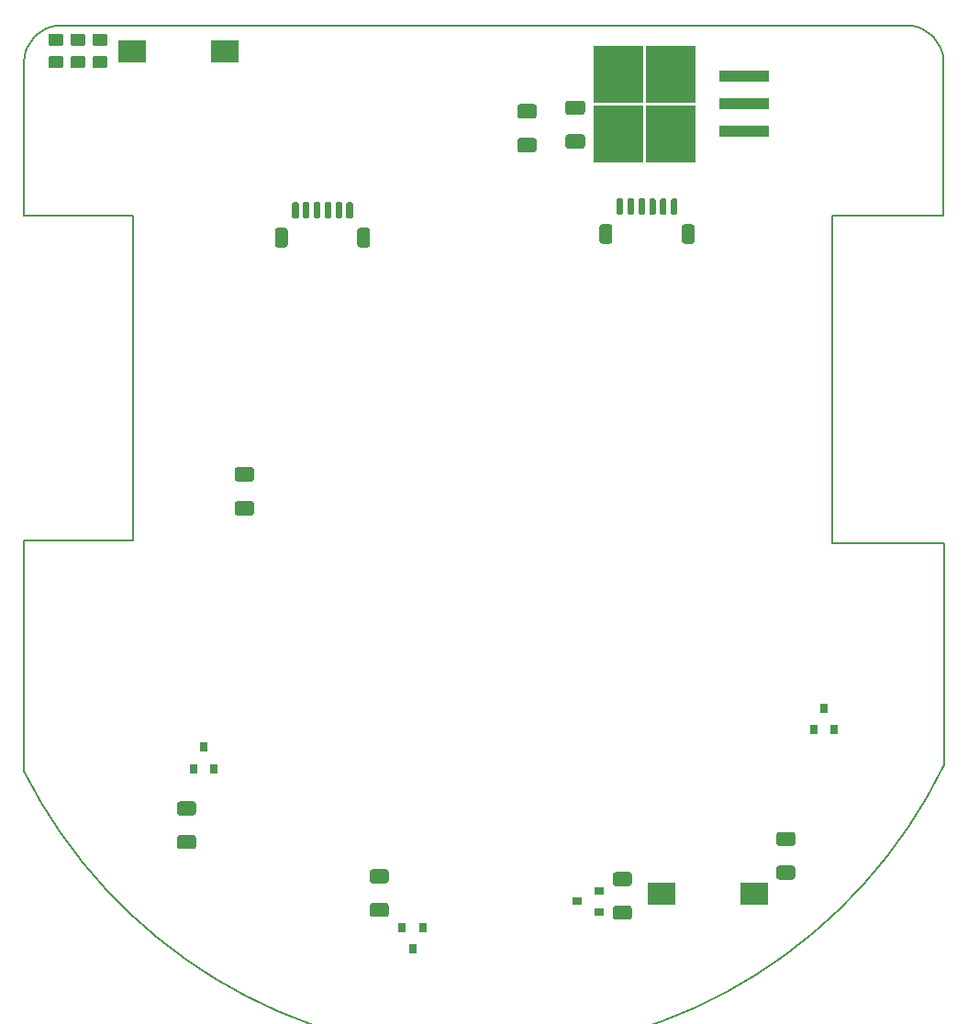
<source format=gtp>
G04 #@! TF.GenerationSoftware,KiCad,Pcbnew,(5.1.12-1-10_14)*
G04 #@! TF.CreationDate,2022-11-01T19:03:59-07:00*
G04 #@! TF.ProjectId,mouse_v2_PAIN,6d6f7573-655f-4763-925f-5041494e2e6b,rev?*
G04 #@! TF.SameCoordinates,Original*
G04 #@! TF.FileFunction,Paste,Top*
G04 #@! TF.FilePolarity,Positive*
%FSLAX46Y46*%
G04 Gerber Fmt 4.6, Leading zero omitted, Abs format (unit mm)*
G04 Created by KiCad (PCBNEW (5.1.12-1-10_14)) date 2022-11-01 19:03:59*
%MOMM*%
%LPD*%
G01*
G04 APERTURE LIST*
G04 #@! TA.AperFunction,Profile*
%ADD10C,0.150000*%
G04 #@! TD*
%ADD11R,2.500000X2.000000*%
%ADD12R,4.600000X1.100000*%
%ADD13R,4.550000X5.250000*%
%ADD14R,0.800000X0.900000*%
%ADD15R,0.900000X0.800000*%
G04 APERTURE END LIST*
D10*
X202570805Y-122880473D02*
X202562460Y-102412800D01*
X117662960Y-123477020D02*
X117652800Y-102158800D01*
X117667417Y-58036462D02*
G75*
G02*
X120972580Y-54653180I3371202J12703D01*
G01*
X199156316Y-54647889D02*
G75*
G02*
X202521820Y-57980580I-5075J-3370790D01*
G01*
X117678200Y-72212200D02*
X117668040Y-58036460D01*
X202514200Y-72212200D02*
X202521820Y-57980580D01*
X117678200Y-72212200D02*
X127711200Y-72212200D01*
X192227200Y-72212200D02*
X202514200Y-72212200D01*
X202562460Y-102412800D02*
X192227200Y-102412800D01*
X117652800Y-102158800D02*
X127711200Y-102158800D01*
X202570804Y-122880472D02*
G75*
G02*
X117662960Y-123477020I-42601604J20721672D01*
G01*
X192227200Y-72212200D02*
X192227200Y-102412800D01*
X120972580Y-54653180D02*
X199156320Y-54645560D01*
X127711200Y-102158800D02*
X127711200Y-72212200D01*
G36*
G01*
X125113201Y-58597600D02*
X124213199Y-58597600D01*
G75*
G02*
X123963200Y-58347601I0J249999D01*
G01*
X123963200Y-57697599D01*
G75*
G02*
X124213199Y-57447600I249999J0D01*
G01*
X125113201Y-57447600D01*
G75*
G02*
X125363200Y-57697599I0J-249999D01*
G01*
X125363200Y-58347601D01*
G75*
G02*
X125113201Y-58597600I-249999J0D01*
G01*
G37*
G36*
G01*
X125113201Y-56547600D02*
X124213199Y-56547600D01*
G75*
G02*
X123963200Y-56297601I0J249999D01*
G01*
X123963200Y-55647599D01*
G75*
G02*
X124213199Y-55397600I249999J0D01*
G01*
X125113201Y-55397600D01*
G75*
G02*
X125363200Y-55647599I0J-249999D01*
G01*
X125363200Y-56297601D01*
G75*
G02*
X125113201Y-56547600I-249999J0D01*
G01*
G37*
G36*
G01*
X121049201Y-58597600D02*
X120149199Y-58597600D01*
G75*
G02*
X119899200Y-58347601I0J249999D01*
G01*
X119899200Y-57697599D01*
G75*
G02*
X120149199Y-57447600I249999J0D01*
G01*
X121049201Y-57447600D01*
G75*
G02*
X121299200Y-57697599I0J-249999D01*
G01*
X121299200Y-58347601D01*
G75*
G02*
X121049201Y-58597600I-249999J0D01*
G01*
G37*
G36*
G01*
X121049201Y-56547600D02*
X120149199Y-56547600D01*
G75*
G02*
X119899200Y-56297601I0J249999D01*
G01*
X119899200Y-55647599D01*
G75*
G02*
X120149199Y-55397600I249999J0D01*
G01*
X121049201Y-55397600D01*
G75*
G02*
X121299200Y-55647599I0J-249999D01*
G01*
X121299200Y-56297601D01*
G75*
G02*
X121049201Y-56547600I-249999J0D01*
G01*
G37*
G36*
G01*
X123081201Y-56547600D02*
X122181199Y-56547600D01*
G75*
G02*
X121931200Y-56297601I0J249999D01*
G01*
X121931200Y-55647599D01*
G75*
G02*
X122181199Y-55397600I249999J0D01*
G01*
X123081201Y-55397600D01*
G75*
G02*
X123331200Y-55647599I0J-249999D01*
G01*
X123331200Y-56297601D01*
G75*
G02*
X123081201Y-56547600I-249999J0D01*
G01*
G37*
G36*
G01*
X123081201Y-58597600D02*
X122181199Y-58597600D01*
G75*
G02*
X121931200Y-58347601I0J249999D01*
G01*
X121931200Y-57697599D01*
G75*
G02*
X122181199Y-57447600I249999J0D01*
G01*
X123081201Y-57447600D01*
G75*
G02*
X123331200Y-57697599I0J-249999D01*
G01*
X123331200Y-58347601D01*
G75*
G02*
X123081201Y-58597600I-249999J0D01*
G01*
G37*
G36*
G01*
X188585000Y-133467200D02*
X187335000Y-133467200D01*
G75*
G02*
X187085000Y-133217200I0J250000D01*
G01*
X187085000Y-132417200D01*
G75*
G02*
X187335000Y-132167200I250000J0D01*
G01*
X188585000Y-132167200D01*
G75*
G02*
X188835000Y-132417200I0J-250000D01*
G01*
X188835000Y-133217200D01*
G75*
G02*
X188585000Y-133467200I-250000J0D01*
G01*
G37*
G36*
G01*
X188585000Y-130367200D02*
X187335000Y-130367200D01*
G75*
G02*
X187085000Y-130117200I0J250000D01*
G01*
X187085000Y-129317200D01*
G75*
G02*
X187335000Y-129067200I250000J0D01*
G01*
X188585000Y-129067200D01*
G75*
G02*
X188835000Y-129317200I0J-250000D01*
G01*
X188835000Y-130117200D01*
G75*
G02*
X188585000Y-130367200I-250000J0D01*
G01*
G37*
G36*
G01*
X172247400Y-135875600D02*
X173497400Y-135875600D01*
G75*
G02*
X173747400Y-136125600I0J-250000D01*
G01*
X173747400Y-136925600D01*
G75*
G02*
X173497400Y-137175600I-250000J0D01*
G01*
X172247400Y-137175600D01*
G75*
G02*
X171997400Y-136925600I0J250000D01*
G01*
X171997400Y-136125600D01*
G75*
G02*
X172247400Y-135875600I250000J0D01*
G01*
G37*
G36*
G01*
X172247400Y-132775600D02*
X173497400Y-132775600D01*
G75*
G02*
X173747400Y-133025600I0J-250000D01*
G01*
X173747400Y-133825600D01*
G75*
G02*
X173497400Y-134075600I-250000J0D01*
G01*
X172247400Y-134075600D01*
G75*
G02*
X171997400Y-133825600I0J250000D01*
G01*
X171997400Y-133025600D01*
G75*
G02*
X172247400Y-132775600I250000J0D01*
G01*
G37*
G36*
G01*
X133289200Y-130647800D02*
X132039200Y-130647800D01*
G75*
G02*
X131789200Y-130397800I0J250000D01*
G01*
X131789200Y-129597800D01*
G75*
G02*
X132039200Y-129347800I250000J0D01*
G01*
X133289200Y-129347800D01*
G75*
G02*
X133539200Y-129597800I0J-250000D01*
G01*
X133539200Y-130397800D01*
G75*
G02*
X133289200Y-130647800I-250000J0D01*
G01*
G37*
G36*
G01*
X133289200Y-127547800D02*
X132039200Y-127547800D01*
G75*
G02*
X131789200Y-127297800I0J250000D01*
G01*
X131789200Y-126497800D01*
G75*
G02*
X132039200Y-126247800I250000J0D01*
G01*
X133289200Y-126247800D01*
G75*
G02*
X133539200Y-126497800I0J-250000D01*
G01*
X133539200Y-127297800D01*
G75*
G02*
X133289200Y-127547800I-250000J0D01*
G01*
G37*
G36*
G01*
X149819200Y-135621600D02*
X151069200Y-135621600D01*
G75*
G02*
X151319200Y-135871600I0J-250000D01*
G01*
X151319200Y-136671600D01*
G75*
G02*
X151069200Y-136921600I-250000J0D01*
G01*
X149819200Y-136921600D01*
G75*
G02*
X149569200Y-136671600I0J250000D01*
G01*
X149569200Y-135871600D01*
G75*
G02*
X149819200Y-135621600I250000J0D01*
G01*
G37*
G36*
G01*
X149819200Y-132521600D02*
X151069200Y-132521600D01*
G75*
G02*
X151319200Y-132771600I0J-250000D01*
G01*
X151319200Y-133571600D01*
G75*
G02*
X151069200Y-133821600I-250000J0D01*
G01*
X149819200Y-133821600D01*
G75*
G02*
X149569200Y-133571600I0J250000D01*
G01*
X149569200Y-132771600D01*
G75*
G02*
X149819200Y-132521600I250000J0D01*
G01*
G37*
G36*
G01*
X163433999Y-65035000D02*
X164734001Y-65035000D01*
G75*
G02*
X164984000Y-65284999I0J-249999D01*
G01*
X164984000Y-66110001D01*
G75*
G02*
X164734001Y-66360000I-249999J0D01*
G01*
X163433999Y-66360000D01*
G75*
G02*
X163184000Y-66110001I0J249999D01*
G01*
X163184000Y-65284999D01*
G75*
G02*
X163433999Y-65035000I249999J0D01*
G01*
G37*
G36*
G01*
X163433999Y-61910000D02*
X164734001Y-61910000D01*
G75*
G02*
X164984000Y-62159999I0J-249999D01*
G01*
X164984000Y-62985001D01*
G75*
G02*
X164734001Y-63235000I-249999J0D01*
G01*
X163433999Y-63235000D01*
G75*
G02*
X163184000Y-62985001I0J249999D01*
G01*
X163184000Y-62159999D01*
G75*
G02*
X163433999Y-61910000I249999J0D01*
G01*
G37*
G36*
G01*
X142011800Y-73574999D02*
X142011800Y-74875001D01*
G75*
G02*
X141761801Y-75125000I-249999J0D01*
G01*
X141061799Y-75125000D01*
G75*
G02*
X140811800Y-74875001I0J249999D01*
G01*
X140811800Y-73574999D01*
G75*
G02*
X141061799Y-73325000I249999J0D01*
G01*
X141761801Y-73325000D01*
G75*
G02*
X142011800Y-73574999I0J-249999D01*
G01*
G37*
G36*
G01*
X149611800Y-73574999D02*
X149611800Y-74875001D01*
G75*
G02*
X149361801Y-75125000I-249999J0D01*
G01*
X148661799Y-75125000D01*
G75*
G02*
X148411800Y-74875001I0J249999D01*
G01*
X148411800Y-73574999D01*
G75*
G02*
X148661799Y-73325000I249999J0D01*
G01*
X149361801Y-73325000D01*
G75*
G02*
X149611800Y-73574999I0J-249999D01*
G01*
G37*
G36*
G01*
X143011800Y-71075000D02*
X143011800Y-72325000D01*
G75*
G02*
X142861800Y-72475000I-150000J0D01*
G01*
X142561800Y-72475000D01*
G75*
G02*
X142411800Y-72325000I0J150000D01*
G01*
X142411800Y-71075000D01*
G75*
G02*
X142561800Y-70925000I150000J0D01*
G01*
X142861800Y-70925000D01*
G75*
G02*
X143011800Y-71075000I0J-150000D01*
G01*
G37*
G36*
G01*
X144011800Y-71075000D02*
X144011800Y-72325000D01*
G75*
G02*
X143861800Y-72475000I-150000J0D01*
G01*
X143561800Y-72475000D01*
G75*
G02*
X143411800Y-72325000I0J150000D01*
G01*
X143411800Y-71075000D01*
G75*
G02*
X143561800Y-70925000I150000J0D01*
G01*
X143861800Y-70925000D01*
G75*
G02*
X144011800Y-71075000I0J-150000D01*
G01*
G37*
G36*
G01*
X145011800Y-71075000D02*
X145011800Y-72325000D01*
G75*
G02*
X144861800Y-72475000I-150000J0D01*
G01*
X144561800Y-72475000D01*
G75*
G02*
X144411800Y-72325000I0J150000D01*
G01*
X144411800Y-71075000D01*
G75*
G02*
X144561800Y-70925000I150000J0D01*
G01*
X144861800Y-70925000D01*
G75*
G02*
X145011800Y-71075000I0J-150000D01*
G01*
G37*
G36*
G01*
X146011800Y-71075000D02*
X146011800Y-72325000D01*
G75*
G02*
X145861800Y-72475000I-150000J0D01*
G01*
X145561800Y-72475000D01*
G75*
G02*
X145411800Y-72325000I0J150000D01*
G01*
X145411800Y-71075000D01*
G75*
G02*
X145561800Y-70925000I150000J0D01*
G01*
X145861800Y-70925000D01*
G75*
G02*
X146011800Y-71075000I0J-150000D01*
G01*
G37*
G36*
G01*
X147011800Y-71075000D02*
X147011800Y-72325000D01*
G75*
G02*
X146861800Y-72475000I-150000J0D01*
G01*
X146561800Y-72475000D01*
G75*
G02*
X146411800Y-72325000I0J150000D01*
G01*
X146411800Y-71075000D01*
G75*
G02*
X146561800Y-70925000I150000J0D01*
G01*
X146861800Y-70925000D01*
G75*
G02*
X147011800Y-71075000I0J-150000D01*
G01*
G37*
G36*
G01*
X148011800Y-71075000D02*
X148011800Y-72325000D01*
G75*
G02*
X147861800Y-72475000I-150000J0D01*
G01*
X147561800Y-72475000D01*
G75*
G02*
X147411800Y-72325000I0J150000D01*
G01*
X147411800Y-71075000D01*
G75*
G02*
X147561800Y-70925000I150000J0D01*
G01*
X147861800Y-70925000D01*
G75*
G02*
X148011800Y-71075000I0J-150000D01*
G01*
G37*
G36*
G01*
X177958400Y-70744800D02*
X177958400Y-71994800D01*
G75*
G02*
X177808400Y-72144800I-150000J0D01*
G01*
X177508400Y-72144800D01*
G75*
G02*
X177358400Y-71994800I0J150000D01*
G01*
X177358400Y-70744800D01*
G75*
G02*
X177508400Y-70594800I150000J0D01*
G01*
X177808400Y-70594800D01*
G75*
G02*
X177958400Y-70744800I0J-150000D01*
G01*
G37*
G36*
G01*
X176958400Y-70744800D02*
X176958400Y-71994800D01*
G75*
G02*
X176808400Y-72144800I-150000J0D01*
G01*
X176508400Y-72144800D01*
G75*
G02*
X176358400Y-71994800I0J150000D01*
G01*
X176358400Y-70744800D01*
G75*
G02*
X176508400Y-70594800I150000J0D01*
G01*
X176808400Y-70594800D01*
G75*
G02*
X176958400Y-70744800I0J-150000D01*
G01*
G37*
G36*
G01*
X175958400Y-70744800D02*
X175958400Y-71994800D01*
G75*
G02*
X175808400Y-72144800I-150000J0D01*
G01*
X175508400Y-72144800D01*
G75*
G02*
X175358400Y-71994800I0J150000D01*
G01*
X175358400Y-70744800D01*
G75*
G02*
X175508400Y-70594800I150000J0D01*
G01*
X175808400Y-70594800D01*
G75*
G02*
X175958400Y-70744800I0J-150000D01*
G01*
G37*
G36*
G01*
X174958400Y-70744800D02*
X174958400Y-71994800D01*
G75*
G02*
X174808400Y-72144800I-150000J0D01*
G01*
X174508400Y-72144800D01*
G75*
G02*
X174358400Y-71994800I0J150000D01*
G01*
X174358400Y-70744800D01*
G75*
G02*
X174508400Y-70594800I150000J0D01*
G01*
X174808400Y-70594800D01*
G75*
G02*
X174958400Y-70744800I0J-150000D01*
G01*
G37*
G36*
G01*
X173958400Y-70744800D02*
X173958400Y-71994800D01*
G75*
G02*
X173808400Y-72144800I-150000J0D01*
G01*
X173508400Y-72144800D01*
G75*
G02*
X173358400Y-71994800I0J150000D01*
G01*
X173358400Y-70744800D01*
G75*
G02*
X173508400Y-70594800I150000J0D01*
G01*
X173808400Y-70594800D01*
G75*
G02*
X173958400Y-70744800I0J-150000D01*
G01*
G37*
G36*
G01*
X172958400Y-70744800D02*
X172958400Y-71994800D01*
G75*
G02*
X172808400Y-72144800I-150000J0D01*
G01*
X172508400Y-72144800D01*
G75*
G02*
X172358400Y-71994800I0J150000D01*
G01*
X172358400Y-70744800D01*
G75*
G02*
X172508400Y-70594800I150000J0D01*
G01*
X172808400Y-70594800D01*
G75*
G02*
X172958400Y-70744800I0J-150000D01*
G01*
G37*
G36*
G01*
X179558400Y-73244799D02*
X179558400Y-74544801D01*
G75*
G02*
X179308401Y-74794800I-249999J0D01*
G01*
X178608399Y-74794800D01*
G75*
G02*
X178358400Y-74544801I0J249999D01*
G01*
X178358400Y-73244799D01*
G75*
G02*
X178608399Y-72994800I249999J0D01*
G01*
X179308401Y-72994800D01*
G75*
G02*
X179558400Y-73244799I0J-249999D01*
G01*
G37*
G36*
G01*
X171958400Y-73244799D02*
X171958400Y-74544801D01*
G75*
G02*
X171708401Y-74794800I-249999J0D01*
G01*
X171008399Y-74794800D01*
G75*
G02*
X170758400Y-74544801I0J249999D01*
G01*
X170758400Y-73244799D01*
G75*
G02*
X171008399Y-72994800I249999J0D01*
G01*
X171708401Y-72994800D01*
G75*
G02*
X171958400Y-73244799I0J-249999D01*
G01*
G37*
G36*
G01*
X167878999Y-64704800D02*
X169179001Y-64704800D01*
G75*
G02*
X169429000Y-64954799I0J-249999D01*
G01*
X169429000Y-65779801D01*
G75*
G02*
X169179001Y-66029800I-249999J0D01*
G01*
X167878999Y-66029800D01*
G75*
G02*
X167629000Y-65779801I0J249999D01*
G01*
X167629000Y-64954799D01*
G75*
G02*
X167878999Y-64704800I249999J0D01*
G01*
G37*
G36*
G01*
X167878999Y-61579800D02*
X169179001Y-61579800D01*
G75*
G02*
X169429000Y-61829799I0J-249999D01*
G01*
X169429000Y-62654801D01*
G75*
G02*
X169179001Y-62904800I-249999J0D01*
G01*
X167878999Y-62904800D01*
G75*
G02*
X167629000Y-62654801I0J249999D01*
G01*
X167629000Y-61829799D01*
G75*
G02*
X167878999Y-61579800I249999J0D01*
G01*
G37*
D11*
X136207600Y-57073800D03*
X127647600Y-57073800D03*
X176491800Y-134747000D03*
X185051800Y-134747000D03*
D12*
X184108400Y-64439800D03*
X184108400Y-61899800D03*
X184108400Y-59359800D03*
D13*
X172533400Y-59124800D03*
X177383400Y-64674800D03*
X172533400Y-64674800D03*
X177383400Y-59124800D03*
D14*
X190515200Y-119643400D03*
X192415200Y-119643400D03*
X191465200Y-117643400D03*
D15*
X168697400Y-135483600D03*
X170697400Y-134533600D03*
X170697400Y-136433600D03*
D14*
X133289000Y-123224800D03*
X135189000Y-123224800D03*
X134239000Y-121224800D03*
X153517600Y-139861800D03*
X152567600Y-137861800D03*
X154467600Y-137861800D03*
G36*
G01*
X138648201Y-99862600D02*
X137348199Y-99862600D01*
G75*
G02*
X137098200Y-99612601I0J249999D01*
G01*
X137098200Y-98787599D01*
G75*
G02*
X137348199Y-98537600I249999J0D01*
G01*
X138648201Y-98537600D01*
G75*
G02*
X138898200Y-98787599I0J-249999D01*
G01*
X138898200Y-99612601D01*
G75*
G02*
X138648201Y-99862600I-249999J0D01*
G01*
G37*
G36*
G01*
X138648201Y-96737600D02*
X137348199Y-96737600D01*
G75*
G02*
X137098200Y-96487601I0J249999D01*
G01*
X137098200Y-95662599D01*
G75*
G02*
X137348199Y-95412600I249999J0D01*
G01*
X138648201Y-95412600D01*
G75*
G02*
X138898200Y-95662599I0J-249999D01*
G01*
X138898200Y-96487601D01*
G75*
G02*
X138648201Y-96737600I-249999J0D01*
G01*
G37*
M02*

</source>
